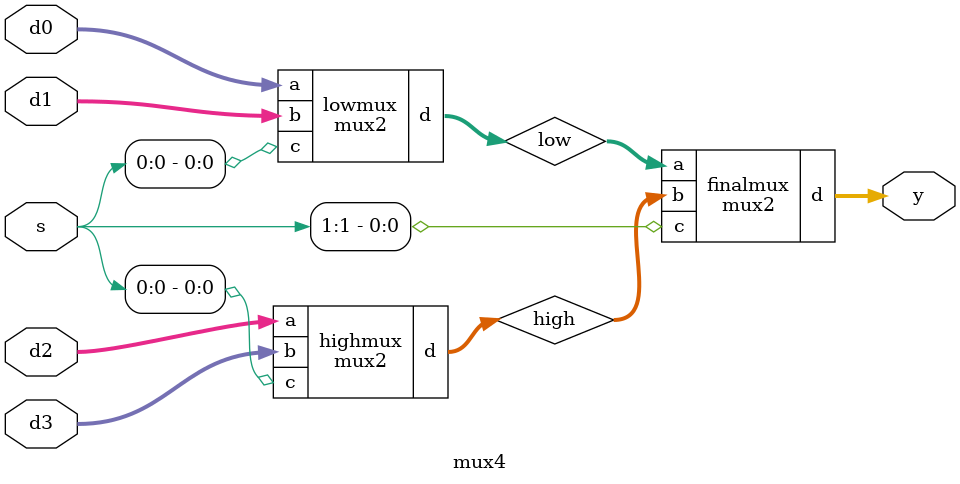
<source format=sv>
module mux2(input logic [3:0] a,b, input logic c, output logic [3:0] d);
  assign d = c?a:b;
endmodule

module mux4(input logic [3:0] d0,d1,d2,d3, input logic [1:0] s, output logic [3:0] y);
  logic [3:0] low,high;
  mux2 lowmux(d0,d1,s[0],low);
  mux2 highmux(d2,d3,s[0],high);
  mux2 finalmux(low,high,s[1],y);
endmodule
</source>
